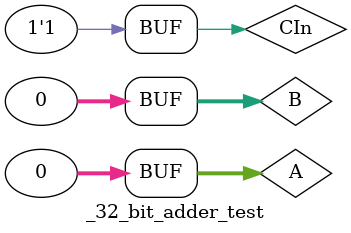
<source format=v>
`define DELAY 20
module _32_bit_adder_test();
reg [31:0] A, B;
reg CIn;
wire [31:0] S;
wire COut, C30;

_32_bit_adder T(.A(A), .B(B), .CIn(CIn), .S(S), .COut(COut), .C30(C30));

initial
begin
A = 32'd16; B = 32'd34; CIn = 1'b0;
#`DELAY;
A = 32'd165; B = 32'd128; CIn = 1'b0;
#`DELAY;
A = 32'd100; B = 32'd100; CIn = 1'b0;
#`DELAY;
A = 32'd0; B = 32'd0; CIn = 1'b1;
end


initial
begin
$monitor("32 Bit Adder Test: A = %d, B = %d, RESULT = %d, Cin = %1b, Cout = %1b", A, B, S, CIn, COut);
end
 
endmodule
</source>
